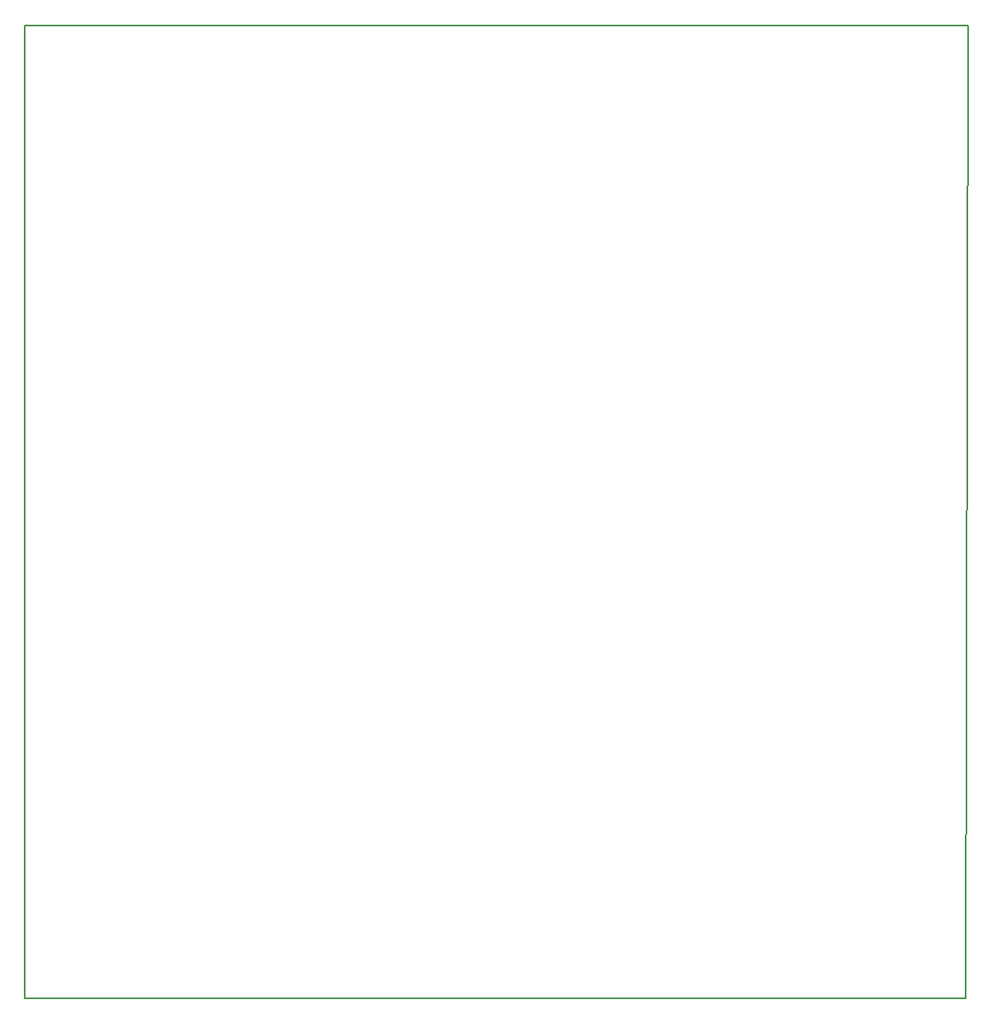
<source format=gbr>
G04 #@! TF.FileFunction,Profile,NP*
%FSLAX46Y46*%
G04 Gerber Fmt 4.6, Leading zero omitted, Abs format (unit mm)*
G04 Created by KiCad (PCBNEW 4.0.7) date 04/22/18 17:19:42*
%MOMM*%
%LPD*%
G01*
G04 APERTURE LIST*
%ADD10C,0.100000*%
%ADD11C,0.150000*%
G04 APERTURE END LIST*
D10*
D11*
X0Y0D02*
X96774000Y0D01*
X0Y100076000D02*
X0Y0D01*
X97028000Y100076000D02*
X0Y100076000D01*
X96774000Y0D02*
X97028000Y100076000D01*
M02*

</source>
